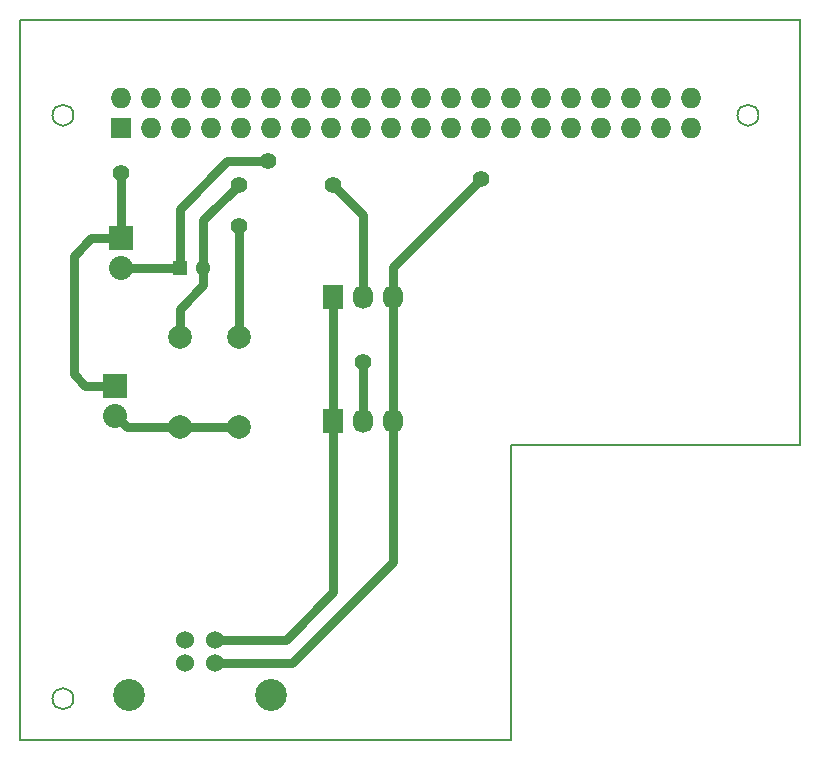
<source format=gbr>
G04 #@! TF.FileFunction,Copper,L2,Bot,Signal*
%FSLAX46Y46*%
G04 Gerber Fmt 4.6, Leading zero omitted, Abs format (unit mm)*
G04 Created by KiCad (PCBNEW 4.0.1-stable) date 2016 April 12, Tuesday 17:45:59*
%MOMM*%
G01*
G04 APERTURE LIST*
%ADD10C,0.100000*%
%ADD11C,0.150000*%
%ADD12R,1.727200X1.727200*%
%ADD13O,1.727200X1.727200*%
%ADD14R,1.727200X2.032000*%
%ADD15O,1.727200X2.032000*%
%ADD16R,1.300000X1.300000*%
%ADD17C,1.300000*%
%ADD18C,1.524000*%
%ADD19C,2.700020*%
%ADD20R,2.032000X2.032000*%
%ADD21O,2.032000X2.032000*%
%ADD22C,1.998980*%
%ADD23C,1.400000*%
%ADD24C,0.800000*%
G04 APERTURE END LIST*
D10*
D11*
X125000000Y-98500000D02*
X125000000Y-103000000D01*
X191000000Y-98500000D02*
X125000000Y-98500000D01*
X191000000Y-103050000D02*
X191000000Y-98450000D01*
X129494427Y-106600000D02*
G75*
G03X129494427Y-106600000I-894427J0D01*
G01*
X187494427Y-106600000D02*
G75*
G03X187494427Y-106600000I-894427J0D01*
G01*
X129494427Y-156000000D02*
G75*
G03X129494427Y-156000000I-894427J0D01*
G01*
X166500000Y-159500000D02*
X125000000Y-159500000D01*
X191000000Y-134500000D02*
X191000000Y-103000000D01*
X166500000Y-134500000D02*
X191000000Y-134500000D01*
X166500000Y-159500000D02*
X166500000Y-134500000D01*
X125000000Y-103000000D02*
X125000000Y-159500000D01*
D12*
X133500000Y-107700000D03*
D13*
X133500000Y-105160000D03*
X136040000Y-107700000D03*
X136040000Y-105160000D03*
X138580000Y-107700000D03*
X138580000Y-105160000D03*
X141120000Y-107700000D03*
X141120000Y-105160000D03*
X143660000Y-107700000D03*
X143660000Y-105160000D03*
X146200000Y-107700000D03*
X146200000Y-105160000D03*
X148740000Y-107700000D03*
X148740000Y-105160000D03*
X151280000Y-107700000D03*
X151280000Y-105160000D03*
X153820000Y-107700000D03*
X153820000Y-105160000D03*
X156360000Y-107700000D03*
X156360000Y-105160000D03*
X158900000Y-107700000D03*
X158900000Y-105160000D03*
X161440000Y-107700000D03*
X161440000Y-105160000D03*
X163980000Y-107700000D03*
X163980000Y-105160000D03*
X166520000Y-107700000D03*
X166520000Y-105160000D03*
X169060000Y-107700000D03*
X169060000Y-105160000D03*
X171600000Y-107700000D03*
X171600000Y-105160000D03*
X174140000Y-107700000D03*
X174140000Y-105160000D03*
X176680000Y-107700000D03*
X176680000Y-105160000D03*
X179220000Y-107700000D03*
X179220000Y-105160000D03*
X181760000Y-107700000D03*
X181760000Y-105160000D03*
D14*
X151500000Y-132500000D03*
D15*
X154040000Y-132500000D03*
X156580000Y-132500000D03*
D16*
X138500000Y-119500000D03*
D17*
X140500000Y-119500000D03*
D18*
X138960000Y-151000000D03*
X141500000Y-151000000D03*
X141500000Y-152998980D03*
X138960000Y-152998980D03*
D19*
X134230520Y-155699000D03*
X146229480Y-155699000D03*
D14*
X151500000Y-122000000D03*
D15*
X154040000Y-122000000D03*
X156580000Y-122000000D03*
D20*
X133000000Y-129500000D03*
D21*
X133000000Y-132040000D03*
D20*
X133500000Y-117000000D03*
D21*
X133500000Y-119540000D03*
D22*
X143500000Y-133000000D03*
X143500000Y-125380000D03*
X138500000Y-133000000D03*
X138500000Y-125380000D03*
D23*
X133500000Y-111500000D03*
X143500000Y-112500000D03*
X164000000Y-112000000D03*
X154000000Y-127500000D03*
X146000000Y-110500000D03*
X143500000Y-116000000D03*
X151500000Y-112500000D03*
D24*
X133500000Y-111500000D02*
X133500000Y-117000000D01*
X133500000Y-117000000D02*
X131000000Y-117000000D01*
X131000000Y-117000000D02*
X129500000Y-118500000D01*
X129500000Y-118500000D02*
X129500000Y-128500000D01*
X129500000Y-128500000D02*
X130500000Y-129500000D01*
X130500000Y-129500000D02*
X133000000Y-129500000D01*
X138500000Y-125380000D02*
X138500000Y-123000000D01*
X140500000Y-121000000D02*
X140500000Y-119500000D01*
X138500000Y-123000000D02*
X140500000Y-121000000D01*
X140500000Y-119500000D02*
X140500000Y-115500000D01*
X140500000Y-115500000D02*
X143500000Y-112500000D01*
X156580000Y-122000000D02*
X156580000Y-119420000D01*
X156580000Y-119420000D02*
X164000000Y-112000000D01*
X156580000Y-132500000D02*
X156580000Y-122000000D01*
X141500000Y-152998980D02*
X148001020Y-152998980D01*
X156580000Y-144420000D02*
X156580000Y-132500000D01*
X148001020Y-152998980D02*
X156580000Y-144420000D01*
X154040000Y-132500000D02*
X154040000Y-127540000D01*
X154040000Y-127540000D02*
X154000000Y-127500000D01*
X138500000Y-119500000D02*
X138500000Y-114500000D01*
X142500000Y-110500000D02*
X146000000Y-110500000D01*
X138500000Y-114500000D02*
X142500000Y-110500000D01*
X138500000Y-119500000D02*
X133540000Y-119500000D01*
X133540000Y-119500000D02*
X133500000Y-119540000D01*
X151500000Y-132500000D02*
X151500000Y-122000000D01*
X151500000Y-132500000D02*
X151500000Y-147000000D01*
X147500000Y-151000000D02*
X141500000Y-151000000D01*
X151500000Y-147000000D02*
X147500000Y-151000000D01*
X143500000Y-125380000D02*
X143500000Y-116000000D01*
X154040000Y-122000000D02*
X154040000Y-115040000D01*
X154040000Y-115040000D02*
X151500000Y-112500000D01*
X138500000Y-133000000D02*
X143500000Y-133000000D01*
X133000000Y-132040000D02*
X133040000Y-132040000D01*
X133040000Y-132040000D02*
X134000000Y-133000000D01*
X134000000Y-133000000D02*
X138500000Y-133000000D01*
M02*

</source>
